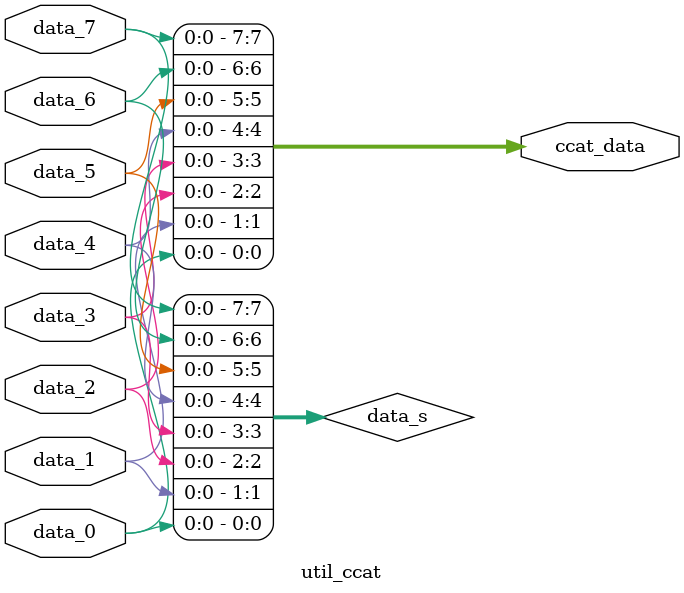
<source format=v>

`timescale 1ns/100ps

module util_ccat #(

  parameter   CHANNEL_DATA_WIDTH     = 1,
  parameter   NUM_OF_CHANNELS    = 8) (

  input       [(CHANNEL_DATA_WIDTH-1):0]  data_0,
  input       [(CHANNEL_DATA_WIDTH-1):0]  data_1,
  input       [(CHANNEL_DATA_WIDTH-1):0]  data_2,
  input       [(CHANNEL_DATA_WIDTH-1):0]  data_3,
  input       [(CHANNEL_DATA_WIDTH-1):0]  data_4,
  input       [(CHANNEL_DATA_WIDTH-1):0]  data_5,
  input       [(CHANNEL_DATA_WIDTH-1):0]  data_6,
  input       [(CHANNEL_DATA_WIDTH-1):0]  data_7,

  output      [((NUM_OF_CHANNELS*CHANNEL_DATA_WIDTH)-1):0]  ccat_data);

  localparam  NUM_OF_CHANNELS_M   = 8;

  // internal signals

  wire    [((NUM_OF_CHANNELS_M*CHANNEL_DATA_WIDTH)-1):0]   data_s;

  // concatenate

  assign data_s[((CHANNEL_DATA_WIDTH*1)-1):(CHANNEL_DATA_WIDTH*0)] = data_0;
  assign data_s[((CHANNEL_DATA_WIDTH*2)-1):(CHANNEL_DATA_WIDTH*1)] = data_1;
  assign data_s[((CHANNEL_DATA_WIDTH*3)-1):(CHANNEL_DATA_WIDTH*2)] = data_2;
  assign data_s[((CHANNEL_DATA_WIDTH*4)-1):(CHANNEL_DATA_WIDTH*3)] = data_3;
  assign data_s[((CHANNEL_DATA_WIDTH*5)-1):(CHANNEL_DATA_WIDTH*4)] = data_4;
  assign data_s[((CHANNEL_DATA_WIDTH*6)-1):(CHANNEL_DATA_WIDTH*5)] = data_5;
  assign data_s[((CHANNEL_DATA_WIDTH*7)-1):(CHANNEL_DATA_WIDTH*6)] = data_6;
  assign data_s[((CHANNEL_DATA_WIDTH*8)-1):(CHANNEL_DATA_WIDTH*7)] = data_7;

  assign ccat_data = data_s[((NUM_OF_CHANNELS*CHANNEL_DATA_WIDTH)-1):0];

endmodule

// ***************************************************************************
// ***************************************************************************

</source>
